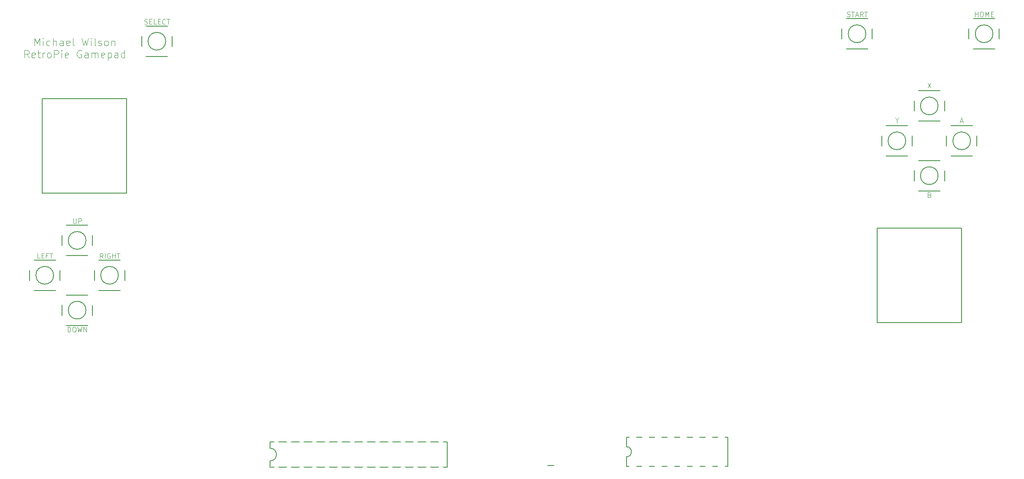
<source format=gto>
G04 #@! TF.GenerationSoftware,KiCad,Pcbnew,8.0.8*
G04 #@! TF.CreationDate,2025-02-09T13:36:47-06:00*
G04 #@! TF.ProjectId,gamepad,67616d65-7061-4642-9e6b-696361645f70,3*
G04 #@! TF.SameCoordinates,Original*
G04 #@! TF.FileFunction,Legend,Top*
G04 #@! TF.FilePolarity,Positive*
%FSLAX46Y46*%
G04 Gerber Fmt 4.6, Leading zero omitted, Abs format (unit mm)*
G04 Created by KiCad (PCBNEW 8.0.8) date 2025-02-09 13:36:47*
%MOMM*%
%LPD*%
G01*
G04 APERTURE LIST*
G04 Aperture macros list*
%AMFreePoly0*
4,1,25,0.333266,0.742596,0.345389,0.732242,0.732242,0.345389,0.760749,0.289441,0.762000,0.273547,0.762000,-0.273547,0.742596,-0.333266,0.732242,-0.345389,0.345389,-0.732242,0.289441,-0.760749,0.273547,-0.762000,-0.273547,-0.762000,-0.333266,-0.742596,-0.345389,-0.732242,-0.732242,-0.345389,-0.760749,-0.289441,-0.762000,-0.273547,-0.762000,0.273547,-0.742596,0.333266,-0.732242,0.345389,
-0.345389,0.732242,-0.289441,0.760749,-0.273547,0.762000,0.273547,0.762000,0.333266,0.742596,0.333266,0.742596,$1*%
G04 Aperture macros list end*
%ADD10C,0.100000*%
%ADD11C,0.097536*%
%ADD12C,0.203200*%
%ADD13C,0.127000*%
%ADD14C,0.152400*%
%ADD15C,2.082800*%
%ADD16C,2.003200*%
%ADD17C,1.960000*%
%ADD18C,1.800000*%
%ADD19O,1.524000X2.844800*%
%ADD20FreePoly0,270.000000*%
%ADD21C,1.500000*%
G04 APERTURE END LIST*
D10*
X53464285Y-68896312D02*
X53464285Y-67396312D01*
X53464285Y-67396312D02*
X53964285Y-68467741D01*
X53964285Y-68467741D02*
X54464285Y-67396312D01*
X54464285Y-67396312D02*
X54464285Y-68896312D01*
X55178571Y-68896312D02*
X55178571Y-67896312D01*
X55178571Y-67396312D02*
X55107143Y-67467741D01*
X55107143Y-67467741D02*
X55178571Y-67539169D01*
X55178571Y-67539169D02*
X55250000Y-67467741D01*
X55250000Y-67467741D02*
X55178571Y-67396312D01*
X55178571Y-67396312D02*
X55178571Y-67539169D01*
X56535715Y-68824884D02*
X56392857Y-68896312D01*
X56392857Y-68896312D02*
X56107143Y-68896312D01*
X56107143Y-68896312D02*
X55964286Y-68824884D01*
X55964286Y-68824884D02*
X55892857Y-68753455D01*
X55892857Y-68753455D02*
X55821429Y-68610598D01*
X55821429Y-68610598D02*
X55821429Y-68182026D01*
X55821429Y-68182026D02*
X55892857Y-68039169D01*
X55892857Y-68039169D02*
X55964286Y-67967741D01*
X55964286Y-67967741D02*
X56107143Y-67896312D01*
X56107143Y-67896312D02*
X56392857Y-67896312D01*
X56392857Y-67896312D02*
X56535715Y-67967741D01*
X57178571Y-68896312D02*
X57178571Y-67396312D01*
X57821429Y-68896312D02*
X57821429Y-68110598D01*
X57821429Y-68110598D02*
X57750000Y-67967741D01*
X57750000Y-67967741D02*
X57607143Y-67896312D01*
X57607143Y-67896312D02*
X57392857Y-67896312D01*
X57392857Y-67896312D02*
X57250000Y-67967741D01*
X57250000Y-67967741D02*
X57178571Y-68039169D01*
X59178572Y-68896312D02*
X59178572Y-68110598D01*
X59178572Y-68110598D02*
X59107143Y-67967741D01*
X59107143Y-67967741D02*
X58964286Y-67896312D01*
X58964286Y-67896312D02*
X58678572Y-67896312D01*
X58678572Y-67896312D02*
X58535714Y-67967741D01*
X59178572Y-68824884D02*
X59035714Y-68896312D01*
X59035714Y-68896312D02*
X58678572Y-68896312D01*
X58678572Y-68896312D02*
X58535714Y-68824884D01*
X58535714Y-68824884D02*
X58464286Y-68682026D01*
X58464286Y-68682026D02*
X58464286Y-68539169D01*
X58464286Y-68539169D02*
X58535714Y-68396312D01*
X58535714Y-68396312D02*
X58678572Y-68324884D01*
X58678572Y-68324884D02*
X59035714Y-68324884D01*
X59035714Y-68324884D02*
X59178572Y-68253455D01*
X60464286Y-68824884D02*
X60321429Y-68896312D01*
X60321429Y-68896312D02*
X60035715Y-68896312D01*
X60035715Y-68896312D02*
X59892857Y-68824884D01*
X59892857Y-68824884D02*
X59821429Y-68682026D01*
X59821429Y-68682026D02*
X59821429Y-68110598D01*
X59821429Y-68110598D02*
X59892857Y-67967741D01*
X59892857Y-67967741D02*
X60035715Y-67896312D01*
X60035715Y-67896312D02*
X60321429Y-67896312D01*
X60321429Y-67896312D02*
X60464286Y-67967741D01*
X60464286Y-67967741D02*
X60535715Y-68110598D01*
X60535715Y-68110598D02*
X60535715Y-68253455D01*
X60535715Y-68253455D02*
X59821429Y-68396312D01*
X61392857Y-68896312D02*
X61250000Y-68824884D01*
X61250000Y-68824884D02*
X61178571Y-68682026D01*
X61178571Y-68682026D02*
X61178571Y-67396312D01*
X62964285Y-67396312D02*
X63321428Y-68896312D01*
X63321428Y-68896312D02*
X63607142Y-67824884D01*
X63607142Y-67824884D02*
X63892857Y-68896312D01*
X63892857Y-68896312D02*
X64250000Y-67396312D01*
X64821428Y-68896312D02*
X64821428Y-67896312D01*
X64821428Y-67396312D02*
X64750000Y-67467741D01*
X64750000Y-67467741D02*
X64821428Y-67539169D01*
X64821428Y-67539169D02*
X64892857Y-67467741D01*
X64892857Y-67467741D02*
X64821428Y-67396312D01*
X64821428Y-67396312D02*
X64821428Y-67539169D01*
X65750000Y-68896312D02*
X65607143Y-68824884D01*
X65607143Y-68824884D02*
X65535714Y-68682026D01*
X65535714Y-68682026D02*
X65535714Y-67396312D01*
X66250000Y-68824884D02*
X66392857Y-68896312D01*
X66392857Y-68896312D02*
X66678571Y-68896312D01*
X66678571Y-68896312D02*
X66821428Y-68824884D01*
X66821428Y-68824884D02*
X66892857Y-68682026D01*
X66892857Y-68682026D02*
X66892857Y-68610598D01*
X66892857Y-68610598D02*
X66821428Y-68467741D01*
X66821428Y-68467741D02*
X66678571Y-68396312D01*
X66678571Y-68396312D02*
X66464286Y-68396312D01*
X66464286Y-68396312D02*
X66321428Y-68324884D01*
X66321428Y-68324884D02*
X66250000Y-68182026D01*
X66250000Y-68182026D02*
X66250000Y-68110598D01*
X66250000Y-68110598D02*
X66321428Y-67967741D01*
X66321428Y-67967741D02*
X66464286Y-67896312D01*
X66464286Y-67896312D02*
X66678571Y-67896312D01*
X66678571Y-67896312D02*
X66821428Y-67967741D01*
X67750000Y-68896312D02*
X67607143Y-68824884D01*
X67607143Y-68824884D02*
X67535714Y-68753455D01*
X67535714Y-68753455D02*
X67464286Y-68610598D01*
X67464286Y-68610598D02*
X67464286Y-68182026D01*
X67464286Y-68182026D02*
X67535714Y-68039169D01*
X67535714Y-68039169D02*
X67607143Y-67967741D01*
X67607143Y-67967741D02*
X67750000Y-67896312D01*
X67750000Y-67896312D02*
X67964286Y-67896312D01*
X67964286Y-67896312D02*
X68107143Y-67967741D01*
X68107143Y-67967741D02*
X68178572Y-68039169D01*
X68178572Y-68039169D02*
X68250000Y-68182026D01*
X68250000Y-68182026D02*
X68250000Y-68610598D01*
X68250000Y-68610598D02*
X68178572Y-68753455D01*
X68178572Y-68753455D02*
X68107143Y-68824884D01*
X68107143Y-68824884D02*
X67964286Y-68896312D01*
X67964286Y-68896312D02*
X67750000Y-68896312D01*
X68892857Y-67896312D02*
X68892857Y-68896312D01*
X68892857Y-68039169D02*
X68964286Y-67967741D01*
X68964286Y-67967741D02*
X69107143Y-67896312D01*
X69107143Y-67896312D02*
X69321429Y-67896312D01*
X69321429Y-67896312D02*
X69464286Y-67967741D01*
X69464286Y-67967741D02*
X69535715Y-68110598D01*
X69535715Y-68110598D02*
X69535715Y-68896312D01*
X52321428Y-71311228D02*
X51821428Y-70596942D01*
X51464285Y-71311228D02*
X51464285Y-69811228D01*
X51464285Y-69811228D02*
X52035714Y-69811228D01*
X52035714Y-69811228D02*
X52178571Y-69882657D01*
X52178571Y-69882657D02*
X52250000Y-69954085D01*
X52250000Y-69954085D02*
X52321428Y-70096942D01*
X52321428Y-70096942D02*
X52321428Y-70311228D01*
X52321428Y-70311228D02*
X52250000Y-70454085D01*
X52250000Y-70454085D02*
X52178571Y-70525514D01*
X52178571Y-70525514D02*
X52035714Y-70596942D01*
X52035714Y-70596942D02*
X51464285Y-70596942D01*
X53535714Y-71239800D02*
X53392857Y-71311228D01*
X53392857Y-71311228D02*
X53107143Y-71311228D01*
X53107143Y-71311228D02*
X52964285Y-71239800D01*
X52964285Y-71239800D02*
X52892857Y-71096942D01*
X52892857Y-71096942D02*
X52892857Y-70525514D01*
X52892857Y-70525514D02*
X52964285Y-70382657D01*
X52964285Y-70382657D02*
X53107143Y-70311228D01*
X53107143Y-70311228D02*
X53392857Y-70311228D01*
X53392857Y-70311228D02*
X53535714Y-70382657D01*
X53535714Y-70382657D02*
X53607143Y-70525514D01*
X53607143Y-70525514D02*
X53607143Y-70668371D01*
X53607143Y-70668371D02*
X52892857Y-70811228D01*
X54035714Y-70311228D02*
X54607142Y-70311228D01*
X54249999Y-69811228D02*
X54249999Y-71096942D01*
X54249999Y-71096942D02*
X54321428Y-71239800D01*
X54321428Y-71239800D02*
X54464285Y-71311228D01*
X54464285Y-71311228D02*
X54607142Y-71311228D01*
X55107142Y-71311228D02*
X55107142Y-70311228D01*
X55107142Y-70596942D02*
X55178571Y-70454085D01*
X55178571Y-70454085D02*
X55250000Y-70382657D01*
X55250000Y-70382657D02*
X55392857Y-70311228D01*
X55392857Y-70311228D02*
X55535714Y-70311228D01*
X56249999Y-71311228D02*
X56107142Y-71239800D01*
X56107142Y-71239800D02*
X56035713Y-71168371D01*
X56035713Y-71168371D02*
X55964285Y-71025514D01*
X55964285Y-71025514D02*
X55964285Y-70596942D01*
X55964285Y-70596942D02*
X56035713Y-70454085D01*
X56035713Y-70454085D02*
X56107142Y-70382657D01*
X56107142Y-70382657D02*
X56249999Y-70311228D01*
X56249999Y-70311228D02*
X56464285Y-70311228D01*
X56464285Y-70311228D02*
X56607142Y-70382657D01*
X56607142Y-70382657D02*
X56678571Y-70454085D01*
X56678571Y-70454085D02*
X56749999Y-70596942D01*
X56749999Y-70596942D02*
X56749999Y-71025514D01*
X56749999Y-71025514D02*
X56678571Y-71168371D01*
X56678571Y-71168371D02*
X56607142Y-71239800D01*
X56607142Y-71239800D02*
X56464285Y-71311228D01*
X56464285Y-71311228D02*
X56249999Y-71311228D01*
X57392856Y-71311228D02*
X57392856Y-69811228D01*
X57392856Y-69811228D02*
X57964285Y-69811228D01*
X57964285Y-69811228D02*
X58107142Y-69882657D01*
X58107142Y-69882657D02*
X58178571Y-69954085D01*
X58178571Y-69954085D02*
X58249999Y-70096942D01*
X58249999Y-70096942D02*
X58249999Y-70311228D01*
X58249999Y-70311228D02*
X58178571Y-70454085D01*
X58178571Y-70454085D02*
X58107142Y-70525514D01*
X58107142Y-70525514D02*
X57964285Y-70596942D01*
X57964285Y-70596942D02*
X57392856Y-70596942D01*
X58892856Y-71311228D02*
X58892856Y-70311228D01*
X58892856Y-69811228D02*
X58821428Y-69882657D01*
X58821428Y-69882657D02*
X58892856Y-69954085D01*
X58892856Y-69954085D02*
X58964285Y-69882657D01*
X58964285Y-69882657D02*
X58892856Y-69811228D01*
X58892856Y-69811228D02*
X58892856Y-69954085D01*
X60178571Y-71239800D02*
X60035714Y-71311228D01*
X60035714Y-71311228D02*
X59750000Y-71311228D01*
X59750000Y-71311228D02*
X59607142Y-71239800D01*
X59607142Y-71239800D02*
X59535714Y-71096942D01*
X59535714Y-71096942D02*
X59535714Y-70525514D01*
X59535714Y-70525514D02*
X59607142Y-70382657D01*
X59607142Y-70382657D02*
X59750000Y-70311228D01*
X59750000Y-70311228D02*
X60035714Y-70311228D01*
X60035714Y-70311228D02*
X60178571Y-70382657D01*
X60178571Y-70382657D02*
X60250000Y-70525514D01*
X60250000Y-70525514D02*
X60250000Y-70668371D01*
X60250000Y-70668371D02*
X59535714Y-70811228D01*
X62821428Y-69882657D02*
X62678571Y-69811228D01*
X62678571Y-69811228D02*
X62464285Y-69811228D01*
X62464285Y-69811228D02*
X62249999Y-69882657D01*
X62249999Y-69882657D02*
X62107142Y-70025514D01*
X62107142Y-70025514D02*
X62035713Y-70168371D01*
X62035713Y-70168371D02*
X61964285Y-70454085D01*
X61964285Y-70454085D02*
X61964285Y-70668371D01*
X61964285Y-70668371D02*
X62035713Y-70954085D01*
X62035713Y-70954085D02*
X62107142Y-71096942D01*
X62107142Y-71096942D02*
X62249999Y-71239800D01*
X62249999Y-71239800D02*
X62464285Y-71311228D01*
X62464285Y-71311228D02*
X62607142Y-71311228D01*
X62607142Y-71311228D02*
X62821428Y-71239800D01*
X62821428Y-71239800D02*
X62892856Y-71168371D01*
X62892856Y-71168371D02*
X62892856Y-70668371D01*
X62892856Y-70668371D02*
X62607142Y-70668371D01*
X64178571Y-71311228D02*
X64178571Y-70525514D01*
X64178571Y-70525514D02*
X64107142Y-70382657D01*
X64107142Y-70382657D02*
X63964285Y-70311228D01*
X63964285Y-70311228D02*
X63678571Y-70311228D01*
X63678571Y-70311228D02*
X63535713Y-70382657D01*
X64178571Y-71239800D02*
X64035713Y-71311228D01*
X64035713Y-71311228D02*
X63678571Y-71311228D01*
X63678571Y-71311228D02*
X63535713Y-71239800D01*
X63535713Y-71239800D02*
X63464285Y-71096942D01*
X63464285Y-71096942D02*
X63464285Y-70954085D01*
X63464285Y-70954085D02*
X63535713Y-70811228D01*
X63535713Y-70811228D02*
X63678571Y-70739800D01*
X63678571Y-70739800D02*
X64035713Y-70739800D01*
X64035713Y-70739800D02*
X64178571Y-70668371D01*
X64892856Y-71311228D02*
X64892856Y-70311228D01*
X64892856Y-70454085D02*
X64964285Y-70382657D01*
X64964285Y-70382657D02*
X65107142Y-70311228D01*
X65107142Y-70311228D02*
X65321428Y-70311228D01*
X65321428Y-70311228D02*
X65464285Y-70382657D01*
X65464285Y-70382657D02*
X65535714Y-70525514D01*
X65535714Y-70525514D02*
X65535714Y-71311228D01*
X65535714Y-70525514D02*
X65607142Y-70382657D01*
X65607142Y-70382657D02*
X65749999Y-70311228D01*
X65749999Y-70311228D02*
X65964285Y-70311228D01*
X65964285Y-70311228D02*
X66107142Y-70382657D01*
X66107142Y-70382657D02*
X66178571Y-70525514D01*
X66178571Y-70525514D02*
X66178571Y-71311228D01*
X67464285Y-71239800D02*
X67321428Y-71311228D01*
X67321428Y-71311228D02*
X67035714Y-71311228D01*
X67035714Y-71311228D02*
X66892856Y-71239800D01*
X66892856Y-71239800D02*
X66821428Y-71096942D01*
X66821428Y-71096942D02*
X66821428Y-70525514D01*
X66821428Y-70525514D02*
X66892856Y-70382657D01*
X66892856Y-70382657D02*
X67035714Y-70311228D01*
X67035714Y-70311228D02*
X67321428Y-70311228D01*
X67321428Y-70311228D02*
X67464285Y-70382657D01*
X67464285Y-70382657D02*
X67535714Y-70525514D01*
X67535714Y-70525514D02*
X67535714Y-70668371D01*
X67535714Y-70668371D02*
X66821428Y-70811228D01*
X68178570Y-70311228D02*
X68178570Y-71811228D01*
X68178570Y-70382657D02*
X68321428Y-70311228D01*
X68321428Y-70311228D02*
X68607142Y-70311228D01*
X68607142Y-70311228D02*
X68749999Y-70382657D01*
X68749999Y-70382657D02*
X68821428Y-70454085D01*
X68821428Y-70454085D02*
X68892856Y-70596942D01*
X68892856Y-70596942D02*
X68892856Y-71025514D01*
X68892856Y-71025514D02*
X68821428Y-71168371D01*
X68821428Y-71168371D02*
X68749999Y-71239800D01*
X68749999Y-71239800D02*
X68607142Y-71311228D01*
X68607142Y-71311228D02*
X68321428Y-71311228D01*
X68321428Y-71311228D02*
X68178570Y-71239800D01*
X70178571Y-71311228D02*
X70178571Y-70525514D01*
X70178571Y-70525514D02*
X70107142Y-70382657D01*
X70107142Y-70382657D02*
X69964285Y-70311228D01*
X69964285Y-70311228D02*
X69678571Y-70311228D01*
X69678571Y-70311228D02*
X69535713Y-70382657D01*
X70178571Y-71239800D02*
X70035713Y-71311228D01*
X70035713Y-71311228D02*
X69678571Y-71311228D01*
X69678571Y-71311228D02*
X69535713Y-71239800D01*
X69535713Y-71239800D02*
X69464285Y-71096942D01*
X69464285Y-71096942D02*
X69464285Y-70954085D01*
X69464285Y-70954085D02*
X69535713Y-70811228D01*
X69535713Y-70811228D02*
X69678571Y-70739800D01*
X69678571Y-70739800D02*
X70035713Y-70739800D01*
X70035713Y-70739800D02*
X70178571Y-70668371D01*
X71535714Y-71311228D02*
X71535714Y-69811228D01*
X71535714Y-71239800D02*
X71392856Y-71311228D01*
X71392856Y-71311228D02*
X71107142Y-71311228D01*
X71107142Y-71311228D02*
X70964285Y-71239800D01*
X70964285Y-71239800D02*
X70892856Y-71168371D01*
X70892856Y-71168371D02*
X70821428Y-71025514D01*
X70821428Y-71025514D02*
X70821428Y-70596942D01*
X70821428Y-70596942D02*
X70892856Y-70454085D01*
X70892856Y-70454085D02*
X70964285Y-70382657D01*
X70964285Y-70382657D02*
X71107142Y-70311228D01*
X71107142Y-70311228D02*
X71392856Y-70311228D01*
X71392856Y-70311228D02*
X71535714Y-70382657D01*
D11*
X216523809Y-63022928D02*
X216666666Y-63070547D01*
X216666666Y-63070547D02*
X216904761Y-63070547D01*
X216904761Y-63070547D02*
X216999999Y-63022928D01*
X216999999Y-63022928D02*
X217047618Y-62975308D01*
X217047618Y-62975308D02*
X217095237Y-62880070D01*
X217095237Y-62880070D02*
X217095237Y-62784832D01*
X217095237Y-62784832D02*
X217047618Y-62689594D01*
X217047618Y-62689594D02*
X216999999Y-62641975D01*
X216999999Y-62641975D02*
X216904761Y-62594356D01*
X216904761Y-62594356D02*
X216714285Y-62546737D01*
X216714285Y-62546737D02*
X216619047Y-62499118D01*
X216619047Y-62499118D02*
X216571428Y-62451499D01*
X216571428Y-62451499D02*
X216523809Y-62356261D01*
X216523809Y-62356261D02*
X216523809Y-62261023D01*
X216523809Y-62261023D02*
X216571428Y-62165785D01*
X216571428Y-62165785D02*
X216619047Y-62118166D01*
X216619047Y-62118166D02*
X216714285Y-62070547D01*
X216714285Y-62070547D02*
X216952380Y-62070547D01*
X216952380Y-62070547D02*
X217095237Y-62118166D01*
X217380952Y-62070547D02*
X217952380Y-62070547D01*
X217666666Y-63070547D02*
X217666666Y-62070547D01*
X218238095Y-62784832D02*
X218714285Y-62784832D01*
X218142857Y-63070547D02*
X218476190Y-62070547D01*
X218476190Y-62070547D02*
X218809523Y-63070547D01*
X219714285Y-63070547D02*
X219380952Y-62594356D01*
X219142857Y-63070547D02*
X219142857Y-62070547D01*
X219142857Y-62070547D02*
X219523809Y-62070547D01*
X219523809Y-62070547D02*
X219619047Y-62118166D01*
X219619047Y-62118166D02*
X219666666Y-62165785D01*
X219666666Y-62165785D02*
X219714285Y-62261023D01*
X219714285Y-62261023D02*
X219714285Y-62403880D01*
X219714285Y-62403880D02*
X219666666Y-62499118D01*
X219666666Y-62499118D02*
X219619047Y-62546737D01*
X219619047Y-62546737D02*
X219523809Y-62594356D01*
X219523809Y-62594356D02*
X219142857Y-62594356D01*
X220000000Y-62070547D02*
X220571428Y-62070547D01*
X220285714Y-63070547D02*
X220285714Y-62070547D01*
X75523809Y-64522928D02*
X75666666Y-64570547D01*
X75666666Y-64570547D02*
X75904761Y-64570547D01*
X75904761Y-64570547D02*
X75999999Y-64522928D01*
X75999999Y-64522928D02*
X76047618Y-64475308D01*
X76047618Y-64475308D02*
X76095237Y-64380070D01*
X76095237Y-64380070D02*
X76095237Y-64284832D01*
X76095237Y-64284832D02*
X76047618Y-64189594D01*
X76047618Y-64189594D02*
X75999999Y-64141975D01*
X75999999Y-64141975D02*
X75904761Y-64094356D01*
X75904761Y-64094356D02*
X75714285Y-64046737D01*
X75714285Y-64046737D02*
X75619047Y-63999118D01*
X75619047Y-63999118D02*
X75571428Y-63951499D01*
X75571428Y-63951499D02*
X75523809Y-63856261D01*
X75523809Y-63856261D02*
X75523809Y-63761023D01*
X75523809Y-63761023D02*
X75571428Y-63665785D01*
X75571428Y-63665785D02*
X75619047Y-63618166D01*
X75619047Y-63618166D02*
X75714285Y-63570547D01*
X75714285Y-63570547D02*
X75952380Y-63570547D01*
X75952380Y-63570547D02*
X76095237Y-63618166D01*
X76523809Y-64046737D02*
X76857142Y-64046737D01*
X76999999Y-64570547D02*
X76523809Y-64570547D01*
X76523809Y-64570547D02*
X76523809Y-63570547D01*
X76523809Y-63570547D02*
X76999999Y-63570547D01*
X77904761Y-64570547D02*
X77428571Y-64570547D01*
X77428571Y-64570547D02*
X77428571Y-63570547D01*
X78238095Y-64046737D02*
X78571428Y-64046737D01*
X78714285Y-64570547D02*
X78238095Y-64570547D01*
X78238095Y-64570547D02*
X78238095Y-63570547D01*
X78238095Y-63570547D02*
X78714285Y-63570547D01*
X79714285Y-64475308D02*
X79666666Y-64522928D01*
X79666666Y-64522928D02*
X79523809Y-64570547D01*
X79523809Y-64570547D02*
X79428571Y-64570547D01*
X79428571Y-64570547D02*
X79285714Y-64522928D01*
X79285714Y-64522928D02*
X79190476Y-64427689D01*
X79190476Y-64427689D02*
X79142857Y-64332451D01*
X79142857Y-64332451D02*
X79095238Y-64141975D01*
X79095238Y-64141975D02*
X79095238Y-63999118D01*
X79095238Y-63999118D02*
X79142857Y-63808642D01*
X79142857Y-63808642D02*
X79190476Y-63713404D01*
X79190476Y-63713404D02*
X79285714Y-63618166D01*
X79285714Y-63618166D02*
X79428571Y-63570547D01*
X79428571Y-63570547D02*
X79523809Y-63570547D01*
X79523809Y-63570547D02*
X79666666Y-63618166D01*
X79666666Y-63618166D02*
X79714285Y-63665785D01*
X80000000Y-63570547D02*
X80571428Y-63570547D01*
X80285714Y-64570547D02*
X80285714Y-63570547D01*
X242166667Y-63070547D02*
X242166667Y-62070547D01*
X242166667Y-62546737D02*
X242738095Y-62546737D01*
X242738095Y-63070547D02*
X242738095Y-62070547D01*
X243404762Y-62070547D02*
X243595238Y-62070547D01*
X243595238Y-62070547D02*
X243690476Y-62118166D01*
X243690476Y-62118166D02*
X243785714Y-62213404D01*
X243785714Y-62213404D02*
X243833333Y-62403880D01*
X243833333Y-62403880D02*
X243833333Y-62737213D01*
X243833333Y-62737213D02*
X243785714Y-62927689D01*
X243785714Y-62927689D02*
X243690476Y-63022928D01*
X243690476Y-63022928D02*
X243595238Y-63070547D01*
X243595238Y-63070547D02*
X243404762Y-63070547D01*
X243404762Y-63070547D02*
X243309524Y-63022928D01*
X243309524Y-63022928D02*
X243214286Y-62927689D01*
X243214286Y-62927689D02*
X243166667Y-62737213D01*
X243166667Y-62737213D02*
X243166667Y-62403880D01*
X243166667Y-62403880D02*
X243214286Y-62213404D01*
X243214286Y-62213404D02*
X243309524Y-62118166D01*
X243309524Y-62118166D02*
X243404762Y-62070547D01*
X244261905Y-63070547D02*
X244261905Y-62070547D01*
X244261905Y-62070547D02*
X244595238Y-62784832D01*
X244595238Y-62784832D02*
X244928571Y-62070547D01*
X244928571Y-62070547D02*
X244928571Y-63070547D01*
X245404762Y-62546737D02*
X245738095Y-62546737D01*
X245880952Y-63070547D02*
X245404762Y-63070547D01*
X245404762Y-63070547D02*
X245404762Y-62070547D01*
X245404762Y-62070547D02*
X245880952Y-62070547D01*
X232666667Y-76372547D02*
X233333333Y-77372547D01*
X233333333Y-76372547D02*
X232666667Y-77372547D01*
X61214286Y-103570547D02*
X61214286Y-104380070D01*
X61214286Y-104380070D02*
X61261905Y-104475308D01*
X61261905Y-104475308D02*
X61309524Y-104522928D01*
X61309524Y-104522928D02*
X61404762Y-104570547D01*
X61404762Y-104570547D02*
X61595238Y-104570547D01*
X61595238Y-104570547D02*
X61690476Y-104522928D01*
X61690476Y-104522928D02*
X61738095Y-104475308D01*
X61738095Y-104475308D02*
X61785714Y-104380070D01*
X61785714Y-104380070D02*
X61785714Y-103570547D01*
X62261905Y-104570547D02*
X62261905Y-103570547D01*
X62261905Y-103570547D02*
X62642857Y-103570547D01*
X62642857Y-103570547D02*
X62738095Y-103618166D01*
X62738095Y-103618166D02*
X62785714Y-103665785D01*
X62785714Y-103665785D02*
X62833333Y-103761023D01*
X62833333Y-103761023D02*
X62833333Y-103903880D01*
X62833333Y-103903880D02*
X62785714Y-103999118D01*
X62785714Y-103999118D02*
X62738095Y-104046737D01*
X62738095Y-104046737D02*
X62642857Y-104094356D01*
X62642857Y-104094356D02*
X62261905Y-104094356D01*
X226500000Y-83896356D02*
X226500000Y-84372547D01*
X226166667Y-83372547D02*
X226500000Y-83896356D01*
X226500000Y-83896356D02*
X226833333Y-83372547D01*
X60119048Y-126372547D02*
X60119048Y-125372547D01*
X60119048Y-125372547D02*
X60357143Y-125372547D01*
X60357143Y-125372547D02*
X60500000Y-125420166D01*
X60500000Y-125420166D02*
X60595238Y-125515404D01*
X60595238Y-125515404D02*
X60642857Y-125610642D01*
X60642857Y-125610642D02*
X60690476Y-125801118D01*
X60690476Y-125801118D02*
X60690476Y-125943975D01*
X60690476Y-125943975D02*
X60642857Y-126134451D01*
X60642857Y-126134451D02*
X60595238Y-126229689D01*
X60595238Y-126229689D02*
X60500000Y-126324928D01*
X60500000Y-126324928D02*
X60357143Y-126372547D01*
X60357143Y-126372547D02*
X60119048Y-126372547D01*
X61309524Y-125372547D02*
X61500000Y-125372547D01*
X61500000Y-125372547D02*
X61595238Y-125420166D01*
X61595238Y-125420166D02*
X61690476Y-125515404D01*
X61690476Y-125515404D02*
X61738095Y-125705880D01*
X61738095Y-125705880D02*
X61738095Y-126039213D01*
X61738095Y-126039213D02*
X61690476Y-126229689D01*
X61690476Y-126229689D02*
X61595238Y-126324928D01*
X61595238Y-126324928D02*
X61500000Y-126372547D01*
X61500000Y-126372547D02*
X61309524Y-126372547D01*
X61309524Y-126372547D02*
X61214286Y-126324928D01*
X61214286Y-126324928D02*
X61119048Y-126229689D01*
X61119048Y-126229689D02*
X61071429Y-126039213D01*
X61071429Y-126039213D02*
X61071429Y-125705880D01*
X61071429Y-125705880D02*
X61119048Y-125515404D01*
X61119048Y-125515404D02*
X61214286Y-125420166D01*
X61214286Y-125420166D02*
X61309524Y-125372547D01*
X62071429Y-125372547D02*
X62309524Y-126372547D01*
X62309524Y-126372547D02*
X62500000Y-125658261D01*
X62500000Y-125658261D02*
X62690476Y-126372547D01*
X62690476Y-126372547D02*
X62928572Y-125372547D01*
X63309524Y-126372547D02*
X63309524Y-125372547D01*
X63309524Y-125372547D02*
X63880952Y-126372547D01*
X63880952Y-126372547D02*
X63880952Y-125372547D01*
X233071428Y-98848737D02*
X233214285Y-98896356D01*
X233214285Y-98896356D02*
X233261904Y-98943975D01*
X233261904Y-98943975D02*
X233309523Y-99039213D01*
X233309523Y-99039213D02*
X233309523Y-99182070D01*
X233309523Y-99182070D02*
X233261904Y-99277308D01*
X233261904Y-99277308D02*
X233214285Y-99324928D01*
X233214285Y-99324928D02*
X233119047Y-99372547D01*
X233119047Y-99372547D02*
X232738095Y-99372547D01*
X232738095Y-99372547D02*
X232738095Y-98372547D01*
X232738095Y-98372547D02*
X233071428Y-98372547D01*
X233071428Y-98372547D02*
X233166666Y-98420166D01*
X233166666Y-98420166D02*
X233214285Y-98467785D01*
X233214285Y-98467785D02*
X233261904Y-98563023D01*
X233261904Y-98563023D02*
X233261904Y-98658261D01*
X233261904Y-98658261D02*
X233214285Y-98753499D01*
X233214285Y-98753499D02*
X233166666Y-98801118D01*
X233166666Y-98801118D02*
X233071428Y-98848737D01*
X233071428Y-98848737D02*
X232738095Y-98848737D01*
X54547618Y-111570547D02*
X54071428Y-111570547D01*
X54071428Y-111570547D02*
X54071428Y-110570547D01*
X54880952Y-111046737D02*
X55214285Y-111046737D01*
X55357142Y-111570547D02*
X54880952Y-111570547D01*
X54880952Y-111570547D02*
X54880952Y-110570547D01*
X54880952Y-110570547D02*
X55357142Y-110570547D01*
X56119047Y-111046737D02*
X55785714Y-111046737D01*
X55785714Y-111570547D02*
X55785714Y-110570547D01*
X55785714Y-110570547D02*
X56261904Y-110570547D01*
X56500000Y-110570547D02*
X57071428Y-110570547D01*
X56785714Y-111570547D02*
X56785714Y-110570547D01*
X239261905Y-84086832D02*
X239738095Y-84086832D01*
X239166667Y-84372547D02*
X239500000Y-83372547D01*
X239500000Y-83372547D02*
X239833333Y-84372547D01*
X67166666Y-111570547D02*
X66833333Y-111094356D01*
X66595238Y-111570547D02*
X66595238Y-110570547D01*
X66595238Y-110570547D02*
X66976190Y-110570547D01*
X66976190Y-110570547D02*
X67071428Y-110618166D01*
X67071428Y-110618166D02*
X67119047Y-110665785D01*
X67119047Y-110665785D02*
X67166666Y-110761023D01*
X67166666Y-110761023D02*
X67166666Y-110903880D01*
X67166666Y-110903880D02*
X67119047Y-110999118D01*
X67119047Y-110999118D02*
X67071428Y-111046737D01*
X67071428Y-111046737D02*
X66976190Y-111094356D01*
X66976190Y-111094356D02*
X66595238Y-111094356D01*
X67595238Y-111570547D02*
X67595238Y-110570547D01*
X68595237Y-110618166D02*
X68499999Y-110570547D01*
X68499999Y-110570547D02*
X68357142Y-110570547D01*
X68357142Y-110570547D02*
X68214285Y-110618166D01*
X68214285Y-110618166D02*
X68119047Y-110713404D01*
X68119047Y-110713404D02*
X68071428Y-110808642D01*
X68071428Y-110808642D02*
X68023809Y-110999118D01*
X68023809Y-110999118D02*
X68023809Y-111141975D01*
X68023809Y-111141975D02*
X68071428Y-111332451D01*
X68071428Y-111332451D02*
X68119047Y-111427689D01*
X68119047Y-111427689D02*
X68214285Y-111522928D01*
X68214285Y-111522928D02*
X68357142Y-111570547D01*
X68357142Y-111570547D02*
X68452380Y-111570547D01*
X68452380Y-111570547D02*
X68595237Y-111522928D01*
X68595237Y-111522928D02*
X68642856Y-111475308D01*
X68642856Y-111475308D02*
X68642856Y-111141975D01*
X68642856Y-111141975D02*
X68452380Y-111141975D01*
X69071428Y-111570547D02*
X69071428Y-110570547D01*
X69071428Y-111046737D02*
X69642856Y-111046737D01*
X69642856Y-111570547D02*
X69642856Y-110570547D01*
X69976190Y-110570547D02*
X70547618Y-110570547D01*
X70261904Y-111570547D02*
X70261904Y-110570547D01*
D12*
X215452000Y-65472000D02*
X215452000Y-67516000D01*
X216341000Y-69548000D02*
X220659000Y-69548000D01*
X220659000Y-63452000D02*
X216341000Y-63452000D01*
X221548000Y-65502000D02*
X221548000Y-67516000D01*
X220278000Y-66500000D02*
G75*
G02*
X216722000Y-66500000I-1778000J0D01*
G01*
X216722000Y-66500000D02*
G75*
G02*
X220278000Y-66500000I1778000J0D01*
G01*
X74952000Y-66972000D02*
X74952000Y-69016000D01*
X75841000Y-71048000D02*
X80159000Y-71048000D01*
X80159000Y-64952000D02*
X75841000Y-64952000D01*
X81048000Y-67002000D02*
X81048000Y-69016000D01*
X79778000Y-68000000D02*
G75*
G02*
X76222000Y-68000000I-1778000J0D01*
G01*
X76222000Y-68000000D02*
G75*
G02*
X79778000Y-68000000I1778000J0D01*
G01*
X240952000Y-65472000D02*
X240952000Y-67516000D01*
X241841000Y-69548000D02*
X246159000Y-69548000D01*
X246159000Y-63452000D02*
X241841000Y-63452000D01*
X247048000Y-65502000D02*
X247048000Y-67516000D01*
X245778000Y-66500000D02*
G75*
G02*
X242222000Y-66500000I-1778000J0D01*
G01*
X242222000Y-66500000D02*
G75*
G02*
X245778000Y-66500000I1778000J0D01*
G01*
X229952000Y-79972000D02*
X229952000Y-82016000D01*
X230841000Y-84048000D02*
X235159000Y-84048000D01*
X235159000Y-77952000D02*
X230841000Y-77952000D01*
X236048000Y-80002000D02*
X236048000Y-82016000D01*
X234778000Y-81000000D02*
G75*
G02*
X231222000Y-81000000I-1778000J0D01*
G01*
X231222000Y-81000000D02*
G75*
G02*
X234778000Y-81000000I1778000J0D01*
G01*
X63778000Y-108000000D02*
G75*
G02*
X60222000Y-108000000I-1778000J0D01*
G01*
X60222000Y-108000000D02*
G75*
G02*
X63778000Y-108000000I1778000J0D01*
G01*
X65048000Y-107002000D02*
X65048000Y-109016000D01*
X64159000Y-104952000D02*
X59841000Y-104952000D01*
X59841000Y-111048000D02*
X64159000Y-111048000D01*
X58952000Y-106972000D02*
X58952000Y-109016000D01*
X223452000Y-86972000D02*
X223452000Y-89016000D01*
X224341000Y-91048000D02*
X228659000Y-91048000D01*
X228659000Y-84952000D02*
X224341000Y-84952000D01*
X229548000Y-87002000D02*
X229548000Y-89016000D01*
X228278000Y-88000000D02*
G75*
G02*
X224722000Y-88000000I-1778000J0D01*
G01*
X224722000Y-88000000D02*
G75*
G02*
X228278000Y-88000000I1778000J0D01*
G01*
X63778000Y-122000000D02*
G75*
G02*
X60222000Y-122000000I-1778000J0D01*
G01*
X60222000Y-122000000D02*
G75*
G02*
X63778000Y-122000000I1778000J0D01*
G01*
X65048000Y-121002000D02*
X65048000Y-123016000D01*
X64159000Y-118952000D02*
X59841000Y-118952000D01*
X59841000Y-125048000D02*
X64159000Y-125048000D01*
X58952000Y-120972000D02*
X58952000Y-123016000D01*
X229952000Y-93972000D02*
X229952000Y-96016000D01*
X230841000Y-98048000D02*
X235159000Y-98048000D01*
X235159000Y-91952000D02*
X230841000Y-91952000D01*
X236048000Y-94002000D02*
X236048000Y-96016000D01*
X234778000Y-95000000D02*
G75*
G02*
X231222000Y-95000000I-1778000J0D01*
G01*
X231222000Y-95000000D02*
G75*
G02*
X234778000Y-95000000I1778000J0D01*
G01*
D13*
X239450000Y-105500000D02*
X239450000Y-124500000D01*
X222500000Y-124500000D02*
X239450000Y-124500000D01*
X222500000Y-124500000D02*
X222500000Y-105500000D01*
X222500000Y-105500000D02*
X239450000Y-105500000D01*
D12*
X57278000Y-115000000D02*
G75*
G02*
X53722000Y-115000000I-1778000J0D01*
G01*
X53722000Y-115000000D02*
G75*
G02*
X57278000Y-115000000I1778000J0D01*
G01*
X58548000Y-114002000D02*
X58548000Y-116016000D01*
X57659000Y-111952000D02*
X53341000Y-111952000D01*
X53341000Y-118048000D02*
X57659000Y-118048000D01*
X52452000Y-113972000D02*
X52452000Y-116016000D01*
X236452000Y-86972000D02*
X236452000Y-89016000D01*
X237341000Y-91048000D02*
X241659000Y-91048000D01*
X241659000Y-84952000D02*
X237341000Y-84952000D01*
X242548000Y-87002000D02*
X242548000Y-89016000D01*
X241278000Y-88000000D02*
G75*
G02*
X237722000Y-88000000I-1778000J0D01*
G01*
X237722000Y-88000000D02*
G75*
G02*
X241278000Y-88000000I1778000J0D01*
G01*
D14*
X100720000Y-149730000D02*
G75*
G02*
X100720000Y-152270000I0J-1270000D01*
G01*
X136280000Y-153540000D02*
X136280000Y-148460000D01*
X100847000Y-153540000D02*
X136280000Y-153540000D01*
X100720000Y-152270000D02*
X100720000Y-153540000D01*
X100720000Y-148460000D02*
X136280000Y-148460000D01*
X100720000Y-148460000D02*
X100720000Y-149730000D01*
D12*
X70278000Y-115000000D02*
G75*
G02*
X66722000Y-115000000I-1778000J0D01*
G01*
X66722000Y-115000000D02*
G75*
G02*
X70278000Y-115000000I1778000J0D01*
G01*
X71548000Y-114002000D02*
X71548000Y-116016000D01*
X70659000Y-111952000D02*
X66341000Y-111952000D01*
X66341000Y-118048000D02*
X70659000Y-118048000D01*
X65452000Y-113972000D02*
X65452000Y-116016000D01*
D13*
X55000000Y-79500000D02*
X71950000Y-79500000D01*
X55000000Y-98500000D02*
X55000000Y-79500000D01*
X55000000Y-98500000D02*
X71950000Y-98500000D01*
X71950000Y-79500000D02*
X71950000Y-98500000D01*
D14*
X172211100Y-147512600D02*
X172211100Y-149417600D01*
X172211100Y-153354600D02*
X172211100Y-151449600D01*
X172211100Y-153354600D02*
X192531100Y-153354600D01*
X192531100Y-147512600D02*
X172211100Y-147512600D01*
X192531100Y-147512600D02*
X192531100Y-153354600D01*
X172211100Y-149417600D02*
G75*
G02*
X172211100Y-151449600I0J-1016000D01*
G01*
D12*
X156445000Y-153217800D02*
X157715000Y-153217800D01*
%LPC*%
D15*
X215248800Y-64239400D03*
X221751200Y-64239400D03*
X215248800Y-68760600D03*
X221751200Y-68760600D03*
X74748800Y-65739400D03*
X81251200Y-65739400D03*
X74748800Y-70260600D03*
X81251200Y-70260600D03*
X240748800Y-64239400D03*
X247251200Y-64239400D03*
X240748800Y-68760600D03*
X247251200Y-68760600D03*
X229748800Y-78739400D03*
X236251200Y-78739400D03*
X229748800Y-83260600D03*
X236251200Y-83260600D03*
X65251200Y-110260600D03*
X58748800Y-110260600D03*
X65251200Y-105739400D03*
X58748800Y-105739400D03*
X223248800Y-85739400D03*
X229751200Y-85739400D03*
X223248800Y-90260600D03*
X229751200Y-90260600D03*
X65251200Y-124260600D03*
X58748800Y-124260600D03*
X65251200Y-119739400D03*
X58748800Y-119739400D03*
X229748800Y-92739400D03*
X236251200Y-92739400D03*
X229748800Y-97260600D03*
X236251200Y-97260600D03*
D16*
X242975000Y-116175000D03*
D17*
X242975000Y-110175000D03*
X242975000Y-114175000D03*
X242975000Y-108175000D03*
X242975000Y-112175000D03*
X242975000Y-106175000D03*
D18*
X237875000Y-119975000D03*
X237425000Y-103925000D03*
X224075000Y-107075000D03*
X221225000Y-121975000D03*
D15*
X58751200Y-117260600D03*
X52248800Y-117260600D03*
X58751200Y-112739400D03*
X52248800Y-112739400D03*
X236248800Y-85739400D03*
X242751200Y-85739400D03*
X236248800Y-90260600D03*
X242751200Y-90260600D03*
D19*
X101990000Y-147190000D03*
X104530000Y-147190000D03*
X107070000Y-147190000D03*
X109610000Y-147190000D03*
X112150000Y-147190000D03*
X114690000Y-147190000D03*
X117230000Y-147190000D03*
X119770000Y-147190000D03*
X122310000Y-147190000D03*
X124850000Y-147190000D03*
X127390000Y-147190000D03*
X129930000Y-147190000D03*
X132470000Y-147190000D03*
X135010000Y-147190000D03*
X135010000Y-154810000D03*
X132470000Y-154810000D03*
X129930000Y-154810000D03*
X127390000Y-154810000D03*
X124850000Y-154810000D03*
X122310000Y-154810000D03*
X119770000Y-154810000D03*
X117230000Y-154810000D03*
X114690000Y-154810000D03*
X112150000Y-154810000D03*
X109610000Y-154810000D03*
X107070000Y-154810000D03*
X104530000Y-154810000D03*
X101990000Y-154810000D03*
D15*
X71751200Y-117260600D03*
X65248800Y-117260600D03*
X71751200Y-112739400D03*
X65248800Y-112739400D03*
D18*
X53725000Y-95975000D03*
X56575000Y-81075000D03*
X69925000Y-77925000D03*
X70375000Y-93975000D03*
D17*
X75475000Y-80175000D03*
X75475000Y-86175000D03*
X75475000Y-82175000D03*
X75475000Y-88175000D03*
X75475000Y-84175000D03*
X75475000Y-90175000D03*
D19*
X173481100Y-154243600D03*
X176021100Y-154243600D03*
X178561100Y-154243600D03*
X181101100Y-154243600D03*
X183641100Y-154243600D03*
X186181100Y-154243600D03*
X188721100Y-154243600D03*
X191261100Y-154243600D03*
X191261100Y-146623600D03*
X188721100Y-146623600D03*
X186181100Y-146623600D03*
X183641100Y-146623600D03*
X181101100Y-146623600D03*
X178561100Y-146623600D03*
X176021100Y-146623600D03*
X173481100Y-146623600D03*
D15*
X146920000Y-149026800D03*
X146920000Y-151566800D03*
X149460000Y-149026800D03*
X149460000Y-151566800D03*
X152000000Y-149026800D03*
X152000000Y-151566800D03*
X154540000Y-149026800D03*
X154540000Y-151566800D03*
X157080000Y-149026800D03*
X157080000Y-151566800D03*
D20*
X199500000Y-146690000D03*
X199500000Y-154310000D03*
D21*
X220500000Y-50000000D03*
X220500000Y-57500000D03*
X228500000Y-50000000D03*
X228500000Y-57500000D03*
D17*
X221500000Y-53000000D03*
X223500000Y-53000000D03*
X227500000Y-53000000D03*
X225500000Y-53000000D03*
D20*
X204000000Y-146690000D03*
X204000000Y-154310000D03*
D21*
X70500000Y-50000000D03*
X70500000Y-57500000D03*
X78500000Y-50000000D03*
X78500000Y-57500000D03*
D17*
X71500000Y-53000000D03*
X73500000Y-53000000D03*
X77500000Y-53000000D03*
X75500000Y-53000000D03*
%LPD*%
M02*

</source>
